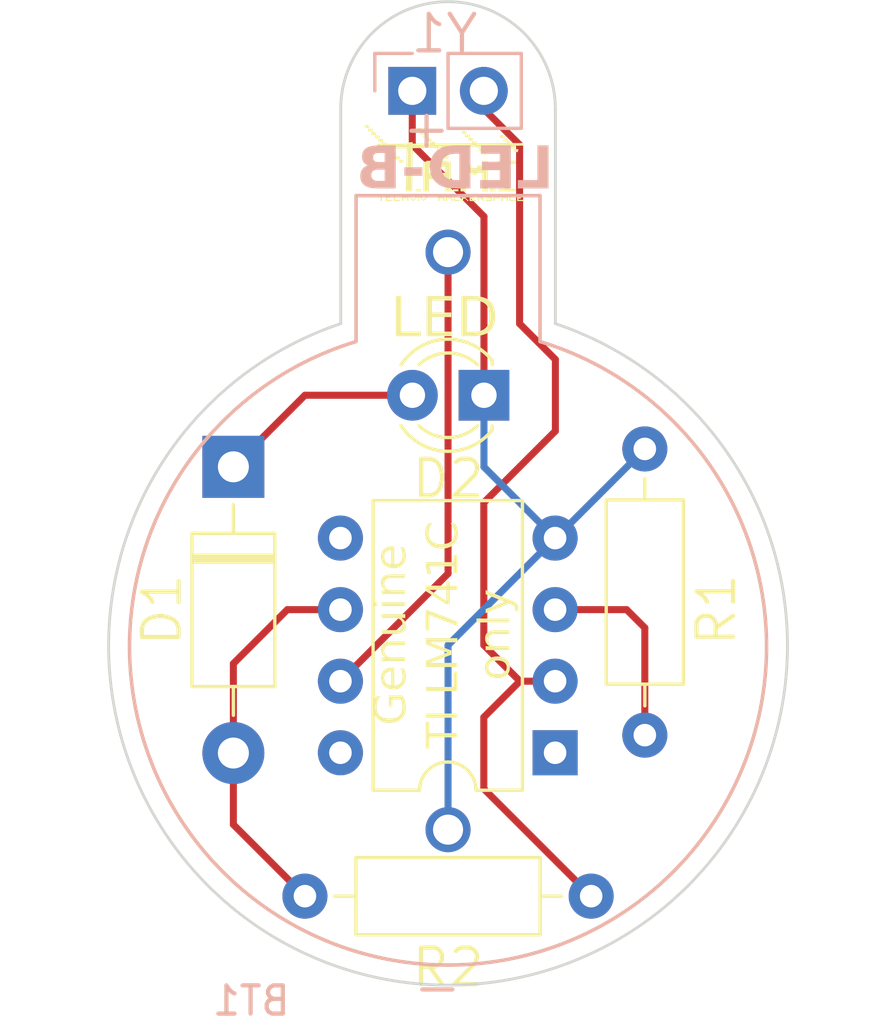
<source format=kicad_pcb>
(kicad_pcb (version 20221018) (generator pcbnew)
  (layers (0 "F.Cu" signal) (31 "B.Cu" signal) (34 "B.Paste" user) (35 "F.Paste" user) (36 "B.SilkS" user "B.Silkscreen") (37 "F.SilkS" user "F.Silkscreen") (38 "B.Mask" user) (39 "F.Mask" user) (44 "Edge.Cuts" user))
  (net 0 "")
  (net 1 "Net-(D1-K)")
  (net 2 "Net-(D1-A)")
  (net 3 "Net-(BT1-+)")
  (net 4 "Net-(U1-+)")
  (net 5 "Net-(U1--)")
  (net 8 "Net-(BT1--)")
  (footprint "Resistor_THT:R_Axial_DIN0207_L6.3mm_D2.5mm_P10.16mm_Horizontal" (layer "F.Cu") (at 122.555 140.345)
    (fp_text reference "R2" (at 5.08 2.53) (layer "F.SilkS") (effects (font (size 1.3 1.3))))
    (fp_text value "10M")
    (pad "1" thru_hole circle (at 0 0) (size 1.6 1.6) (drill 0.8) (layers "*.Cu" "*.Mask") (net 2 "Net-(D1-A)"))
    (pad "2" thru_hole oval (at 10.16 0) (size 1.6 1.6) (drill 0.8) (layers "*.Cu" "*.Mask") (net 5 "Net-(U1--)"))
  )
  (footprint "Package_DIP:DIP-8_W7.62mm" (layer "F.Cu") (at 131.435 135.255 180)
    (fp_text reference "U1" hide)
    (fp_text value "LM741C")
    (pad "1" thru_hole rect (at 0 0 180) (size 1.6 1.6) (drill 0.8) (layers "*.Cu" "*.Mask"))
    (pad "2" thru_hole oval (at 0 2.54 180) (size 1.6 1.6) (drill 0.8) (layers "*.Cu" "*.Mask") (net 5 "Net-(U1--)"))
    (pad "3" thru_hole oval (at 0 5.08 180) (size 1.6 1.6) (drill 0.8) (layers "*.Cu" "*.Mask") (net 4 "Net-(U1-+)"))
    (pad "4" thru_hole oval (at 0 7.62 180) (size 1.6 1.6) (drill 0.8) (layers "*.Cu" "*.Mask") (net 8 "Net-(BT1--)"))
    (pad "5" thru_hole oval (at 7.62 7.62 180) (size 1.6 1.6) (drill 0.8) (layers "*.Cu" "*.Mask"))
    (pad "6" thru_hole oval (at 7.62 5.08 180) (size 1.6 1.6) (drill 0.8) (layers "*.Cu" "*.Mask") (net 2 "Net-(D1-A)"))
    (pad "7" thru_hole oval (at 7.62 2.54 180) (size 1.6 1.6) (drill 0.8) (layers "*.Cu" "*.Mask") (net 3 "Net-(BT1-+)"))
    (pad "8" thru_hole oval (at 7.62 0 180) (size 1.6 1.6) (drill 0.8) (layers "*.Cu" "*.Mask"))
  )
  (footprint "logo:TAMI_logo" (layer "F.Cu") (at 127.508 114.3)
    (fp_text reference "G***" hide)
    (fp_text value "LOGO" hide)
  )
  (footprint "LED_THT:LED_D3.0mm" (layer "F.Cu") (at 128.91 122.565 180)
    (fp_text reference "D2" (at 1.27 -2.96) (layer "F.SilkS") (effects (font (size 1.3 1.3))))
    (fp_text value "LED")
    (pad "1" thru_hole rect (at 0 0 180) (size 1.8 1.8) (drill 0.9) (layers "*.Cu" "*.Mask") (net 8 "Net-(BT1--)"))
    (pad "2" thru_hole circle (at 2.54 0 180) (size 1.8 1.8) (drill 0.9) (layers "*.Cu" "*.Mask") (net 1 "Net-(D1-K)"))
  )
  (footprint "Diode_THT:D_DO-41_SOD81_P10.16mm_Horizontal" (layer "F.Cu") (at 120.015 125.105 -90)
    (fp_text reference "D1" (at 5.08 2.54 90) (layer "F.SilkS") (effects (font (size 1.3 1.3))))
    (fp_text value "1N4001")
    (pad "1" thru_hole rect (at 0 0 270) (size 2.2 2.2) (drill 1.1) (layers "*.Cu" "*.Mask") (net 1 "Net-(D1-K)"))
    (pad "2" thru_hole oval (at 10.16 0 270) (size 2.2 2.2) (drill 1.1) (layers "*.Cu" "*.Mask") (net 2 "Net-(D1-A)"))
  )
  (footprint "Resistor_THT:R_Axial_DIN0207_L6.3mm_D2.5mm_P10.16mm_Horizontal" (layer "F.Cu") (at 134.62 134.63 90)
    (fp_text reference "R1" (at 4.455 2.54 90) (layer "F.SilkS") (effects (font (size 1.3 1.3))))
    (fp_text value "10K")
    (pad "1" thru_hole circle (at 0 0 90) (size 1.6 1.6) (drill 0.8) (layers "*.Cu" "*.Mask") (net 4 "Net-(U1-+)"))
    (pad "2" thru_hole oval (at 10.16 0 90) (size 1.6 1.6) (drill 0.8) (layers "*.Cu" "*.Mask") (net 8 "Net-(BT1--)"))
  )
  (footprint "Connector_PinHeader_2.54mm:PinHeader_1x02_P2.54mm_Vertical" (layer "B.Cu") (at 126.365 111.76 -90)
    (fp_text reference "Y1" (at -2.032 -1.143) (layer "B.SilkS") (effects (font (size 1.3 1.3)) (justify mirror)))
    (fp_text value "Crystal")
    (pad "1" thru_hole rect (at 0 0 270) (size 1.7 1.7) (drill 1) (layers "*.Cu" "*.Mask") (net 8 "Net-(BT1--)"))
    (pad "2" thru_hole oval (at 0 -2.54 270) (size 1.7 1.7) (drill 1) (layers "*.Cu" "*.Mask") (net 5 "Net-(U1--)"))
  )
  (footprint "1_my_custom_lib:BAT_BH800S" (layer "B.Cu") (at 127.635 131.485)
    (fp_text reference "BT1" (at -6.985 12.573) (layer "B.SilkS") (effects (justify mirror)))
    (fp_text value "Battery_Cell")
    (fp_text user "-" (at -0.381 12.065) (layer "B.SilkS") (effects (font (size 1.4 1.4)) (justify mirror)))
    (fp_text user "+" (at -0.762 -18.415) (layer "B.SilkS") (effects (font (size 1.4 1.4)) (justify mirror)))
    (pad "1" thru_hole circle (at 0 -14) (size 1.6002 1.6002) (drill 1.0668) (layers "*.Cu" "*.Mask") (net 3 "Net-(BT1-+)"))
    (pad "2" thru_hole circle (at 0 6.5) (size 1.6002 1.6002) (drill 1.0668) (layers "*.Cu" "*.Mask") (net 8 "Net-(BT1--)"))
  )
  (gr_arc (start 131.445 120.025001) (mid 127.635 143.503277) (end 123.825 120.025001) (stroke (width 0.1)) (layer "Edge.Cuts"))
  (gr_line (start 123.825 120.025001) (end 123.825 112.405) (stroke (width 0.1)) (layer "Edge.Cuts"))
  (gr_arc (start 123.825 112.405) (mid 127.635 108.584987) (end 131.445 112.405) (stroke (width 0.1)) (layer "Edge.Cuts"))
  (gr_line (start 131.445 120.025001) (end 131.445 112.405) (stroke (width 0.1)) (layer "Edge.Cuts"))
  (gr_text "LED-B" (at 124.37 115.48) (layer "B.SilkS") (effects (font (size 1.5 1.5) (thickness 0.3) bold) (justify right bottom mirror)))
  (gr_text "Genuine\nTI LM741C\nonly" (at 127.508 131.064 90) (layer "F.SilkS") (effects (font (size 1.1 1.1))))
  (gr_text "LED" (at 127.508 119.888) (layer "F.SilkS") (effects (font (size 1.4 1.4))))
  (segment (start 122.555 122.565) (end 126.365 122.565) (width 0.25) (layer "F.Cu") (net 1))
  (segment (start 120.015 125.105) (end 122.555 122.565) (width 0.25) (layer "F.Cu") (net 1))
  (segment (start 120.015 135.265) (end 120.015 137.805) (width 0.25) (layer "F.Cu") (net 2))
  (segment (start 121.93 130.175) (end 123.815 130.175) (width 0.25) (layer "F.Cu") (net 2))
  (segment (start 120.015 132.09) (end 121.93 130.175) (width 0.25) (layer "F.Cu") (net 2))
  (segment (start 120.015 137.805) (end 122.555 140.345) (width 0.25) (layer "F.Cu") (net 2))
  (segment (start 120.015 135.265) (end 120.015 132.09) (width 0.25) (layer "F.Cu") (net 2))
  (segment (start 127.635 117.485) (end 127.635 128.895) (width 0.25) (layer "F.Cu") (net 3))
  (segment (start 127.635 128.895) (end 123.815 132.715) (width 0.25) (layer "F.Cu") (net 3))
  (segment (start 133.975 130.175) (end 131.435 130.175) (width 0.25) (layer "F.Cu") (net 4))
  (segment (start 134.62 134.63) (end 134.62 130.82) (width 0.25) (layer "F.Cu") (net 4))
  (segment (start 134.62 130.82) (end 133.975 130.175) (width 0.25) (layer "F.Cu") (net 4))
  (segment (start 132.715 140.345) (end 128.905 136.535) (width 0.25) (layer "F.Cu") (net 5))
  (segment (start 128.905 126.375) (end 128.905 131.435) (width 0.25) (layer "F.Cu") (net 5))
  (segment (start 128.905 112.405) (end 130.175 113.675) (width 0.25) (layer "F.Cu") (net 5))
  (segment (start 130.175 113.675) (end 130.175 120.025) (width 0.25) (layer "F.Cu") (net 5))
  (segment (start 131.445 123.835) (end 128.905 126.375) (width 0.25) (layer "F.Cu") (net 5))
  (segment (start 131.445 121.295) (end 131.445 123.835) (width 0.25) (layer "F.Cu") (net 5))
  (segment (start 128.905 133.995) (end 130.185 132.715) (width 0.25) (layer "F.Cu") (net 5))
  (segment (start 128.905 136.535) (end 128.905 133.995) (width 0.25) (layer "F.Cu") (net 5))
  (segment (start 130.175 120.025) (end 131.445 121.295) (width 0.25) (layer "F.Cu") (net 5))
  (segment (start 128.905 131.435) (end 130.185 132.715) (width 0.25) (layer "F.Cu") (net 5))
  (segment (start 130.185 132.715) (end 131.435 132.715) (width 0.25) (layer "F.Cu") (net 5))
  (segment (start 126.365 113.675) (end 128.91 116.22) (width 0.25) (layer "F.Cu") (net 8))
  (segment (start 128.91 116.22) (end 128.91 122.565) (width 0.25) (layer "F.Cu") (net 8))
  (segment (start 126.365 112.405) (end 126.365 113.675) (width 0.25) (layer "F.Cu") (net 8))
  (segment (start 128.91 122.565) (end 128.91 125.11) (width 0.25) (layer "B.Cu") (net 8))
  (segment (start 127.635 137.985) (end 127.635 131.435) (width 0.25) (layer "B.Cu") (net 8))
  (segment (start 134.62 124.47) (end 131.455 127.635) (width 0.25) (layer "B.Cu") (net 8))
  (segment (start 128.91 125.11) (end 131.435 127.635) (width 0.25) (layer "B.Cu") (net 8))
  (segment (start 127.635 131.435) (end 131.435 127.635) (width 0.25) (layer "B.Cu") (net 8))
  (segment (start 131.455 127.635) (end 131.435 127.635) (width 0.25) (layer "B.Cu") (net 8))
)
</source>
